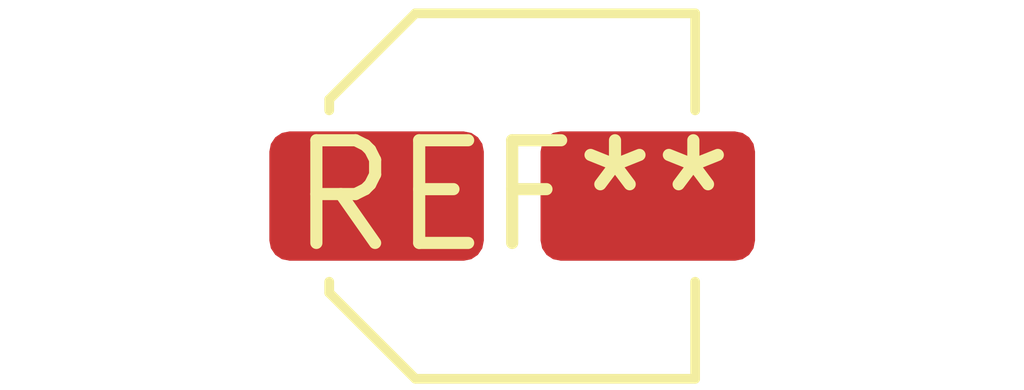
<source format=kicad_pcb>
(kicad_pcb (version 20240108) (generator pcbnew)
  (layers (0 "F.Cu" signal) (31 "B.Cu" signal) (34 "B.Paste" user) (35 "F.Paste" user) (36 "B.SilkS" user "B.Silkscreen") (37 "F.SilkS" user "F.Silkscreen") (38 "B.Mask" user) (39 "F.Mask" user) (44 "Edge.Cuts" user))
  (net 0 "")
  (footprint "C_Elec_4x5.8" (layer "F.Cu") (at 0 0)
    (property "Reference" "REF**")
    (property "Value" "C_Elec_4x5.8")
    (fp_line (start -2.26 -1.195563) (end -2.26 -1.06) (layer "F.SilkS") (stroke (width 0.12)))
    (fp_line (start -2.26 -1.195563) (end -1.195563 -2.26) (layer "F.SilkS") (stroke (width 0.12)))
    (fp_line (start -2.26 1.195563) (end -2.26 1.06) (layer "F.SilkS") (stroke (width 0.12)))
    (fp_line (start -2.26 1.195563) (end -1.195563 2.26) (layer "F.SilkS") (stroke (width 0.12)))
    (fp_line (start -1.195563 -2.26) (end 2.26 -2.26) (layer "F.SilkS") (stroke (width 0.12)))
    (fp_line (start -1.195563 2.26) (end 2.26 2.26) (layer "F.SilkS") (stroke (width 0.12)))
    (fp_line (start 2.26 -2.26) (end 2.26 -1.06) (layer "F.SilkS") (stroke (width 0.12)))
    (fp_line (start 2.26 2.26) (end 2.26 1.06) (layer "F.SilkS") (stroke (width 0.12)))
    (pad "1" smd roundrect (at -1.675 0) (size 2.65 1.6) (layers "F.Cu" "F.Paste" "F.Mask") (roundrect_rratio 0.15625))
    (pad "2" smd roundrect (at 1.675 0) (size 2.65 1.6) (layers "F.Cu" "F.Paste" "F.Mask") (roundrect_rratio 0.15625))
  )
)
</source>
